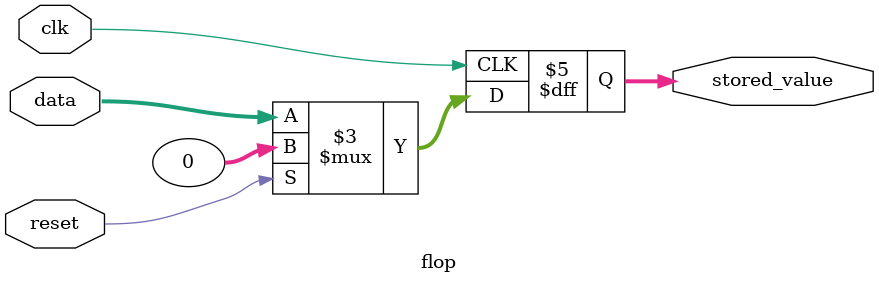
<source format=sv>
module flop #(parameter WIDTH = 32)
    (
        input logic clk,
        input logic reset,
        input logic [WIDTH - 1: 0] data,
        output logic [WIDTH - 1: 0] stored_value
    );

    always_ff @(posedge clk) begin
        if (reset) begin
            stored_value <= 0;
        end
        else begin
            stored_value <= data;
        end
    end

endmodule

</source>
